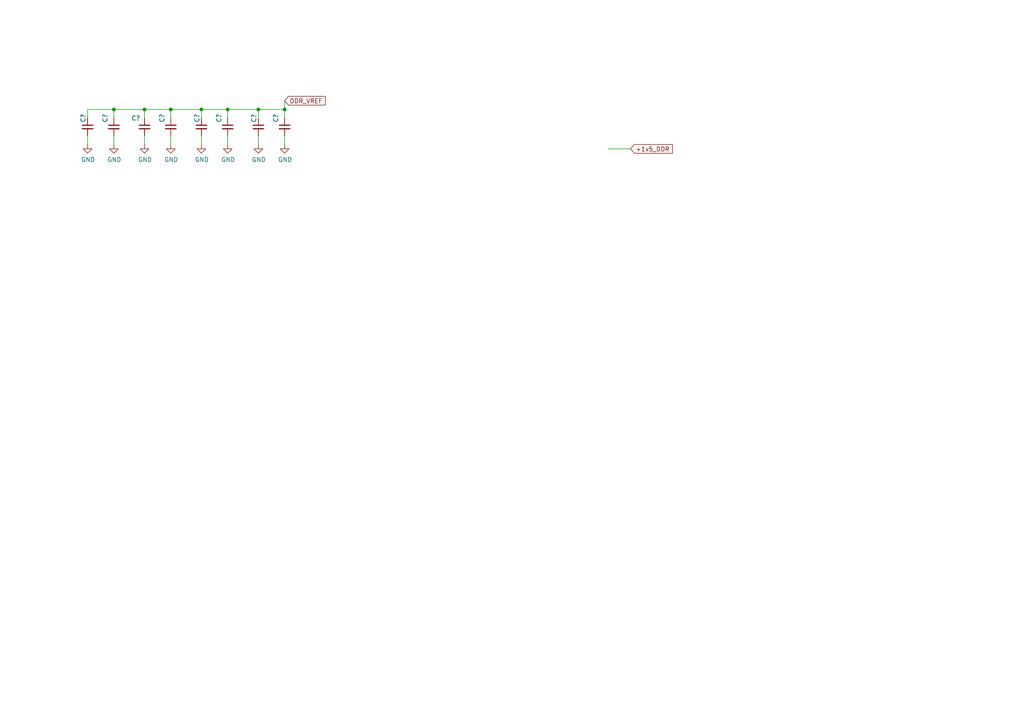
<source format=kicad_sch>
(kicad_sch (version 20211123) (generator eeschema)
  (paper "A4")
  (lib_symbols
    (symbol "IMXDesign-rescue:C_Small-Device" (pin_numbers hide) (pin_names (offset 0.254) hide)
      (property "Reference" "C" (at 0.254 1.778 0))
      (property "Value" "C_Small-Device" (at 0.254 -2.032 0))
      (symbol "C_Small-Device_0_1"
        (polyline (pts (xy -1.524 -0.508) (xy 1.524 -0.508)) (stroke (width 0.3302)))
        (polyline (pts (xy -1.524 0.508) (xy 1.524 0.508)) (stroke (width 0.3048)))
      )
      (symbol "C_Small-Device_1_1"
        (pin passive line (at 0 2.54 270) (length 2.032) (name "~") (number "1"))
        (pin passive line (at 0 -2.54 90) (length 2.032) (name "~") (number "2"))
      )
    )
    (symbol "IMXDesign-rescue:GND-power" (power) (pin_names (offset 0))
      (property "Value" "GND-power" (at 0 -3.81 0))
      (symbol "GND-power_0_1"
        (polyline (pts (xy 0 0) (xy 0 -1.27) (xy 1.27 -1.27) (xy 0 -2.54) (xy -1.27 -1.27) (xy 0 -1.27)))
      )
      (symbol "GND-power_1_1"
        (pin power_in line (at 0 0 270) (length 0) hide (name "GND") (number "1"))
      )
    )
  )
  (junction (at 41.91 31.75))
  (junction (at 82.55 31.75))
  (junction (at 66.04 31.75))
  (junction (at 58.42 31.75))
  (junction (at 49.53 31.75))
  (junction (at 74.93 31.75))
  (junction (at 33.02 31.75))
  (wire (pts (xy 33.02 31.75) (xy 41.91 31.75)))
  (wire (pts (xy 74.93 34.29) (xy 74.93 31.75)))
  (wire (pts (xy 66.04 39.37) (xy 66.04 41.91)))
  (wire (pts (xy 82.55 34.29) (xy 82.55 31.75)))
  (wire (pts (xy 25.4 34.29) (xy 25.4 31.75)))
  (wire (pts (xy 41.91 39.37) (xy 41.91 41.91)))
  (wire (pts (xy 176.53 43.18) (xy 182.88 43.18)))
  (wire (pts (xy 49.53 31.75) (xy 58.42 31.75)))
  (wire (pts (xy 74.93 31.75) (xy 82.55 31.75)))
  (wire (pts (xy 25.4 31.75) (xy 33.02 31.75)))
  (wire (pts (xy 74.93 39.37) (xy 74.93 41.91)))
  (wire (pts (xy 49.53 34.29) (xy 49.53 31.75)))
  (wire (pts (xy 49.53 39.37) (xy 49.53 41.91)))
  (wire (pts (xy 25.4 39.37) (xy 25.4 41.91)))
  (wire (pts (xy 82.55 39.37) (xy 82.55 41.91)))
  (wire (pts (xy 66.04 34.29) (xy 66.04 31.75)))
  (wire (pts (xy 41.91 34.29) (xy 41.91 31.75)))
  (wire (pts (xy 58.42 31.75) (xy 66.04 31.75)))
  (wire (pts (xy 82.55 31.75) (xy 82.55 29.21)))
  (wire (pts (xy 33.02 34.29) (xy 33.02 31.75)))
  (wire (pts (xy 66.04 31.75) (xy 74.93 31.75)))
  (wire (pts (xy 33.02 39.37) (xy 33.02 41.91)))
  (wire (pts (xy 41.91 31.75) (xy 49.53 31.75)))
  (wire (pts (xy 58.42 34.29) (xy 58.42 31.75)))
  (wire (pts (xy 58.42 39.37) (xy 58.42 41.91)))
  (global_label "+1v5_DDR" (shape input) (at 182.88 43.18 0) (property "Intersheet References" "${INTERSHEET_REFS}" (effects hide)))
  (global_label "DDR_VREF" (shape input) (at 82.55 29.21 0) (property "Intersheet References" "${INTERSHEET_REFS}" (effects hide)))
  (symbol (lib_id "IMXDesign-rescue:GND-power") (at 25.4 41.91 0) (unit 1)
    (property "Reference" "#PWR?" (effects hide))
  )
  (symbol (lib_id "IMXDesign-rescue:C_Small-Device") (at 33.02 36.83 0) (unit 1)
    (property "Reference" "C?" (at 30.48 35.56 90) (effects (justify left)))
  )
  (symbol (lib_id "IMXDesign-rescue:GND-power") (at 33.02 41.91 0) (unit 1)
    (property "Reference" "#PWR?" (effects hide))
  )
  (symbol (lib_id "IMXDesign-rescue:C_Small-Device") (at 25.4 36.83 0) (unit 1)
    (property "Reference" "C?" (at 24.13 35.56 90) (effects (justify left)))
  )
  (symbol (lib_id "IMXDesign-rescue:GND-power") (at 41.91 41.91 0) (unit 1)
    (property "Reference" "#PWR?" (effects hide))
  )
  (symbol (lib_id "IMXDesign-rescue:C_Small-Device") (at 49.53 36.83 0) (unit 1)
    (property "Reference" "C?" (at 46.99 35.56 90) (effects (justify left)))
  )
  (symbol (lib_id "IMXDesign-rescue:GND-power") (at 49.53 41.91 0) (unit 1)
    (property "Reference" "#PWR?" (effects hide))
  )
  (symbol (lib_id "IMXDesign-rescue:C_Small-Device") (at 41.91 36.83 0) (unit 1)
    (property "Reference" "C?" (at 38.1 34.29 0) (effects (justify left)))
  )
  (symbol (lib_id "IMXDesign-rescue:GND-power") (at 58.42 41.91 0) (unit 1)
    (property "Reference" "#PWR?" (effects hide))
  )
  (symbol (lib_id "IMXDesign-rescue:C_Small-Device") (at 66.04 36.83 0) (unit 1)
    (property "Reference" "C?" (at 63.5 35.56 90) (effects (justify left)))
  )
  (symbol (lib_id "IMXDesign-rescue:GND-power") (at 66.04 41.91 0) (unit 1)
    (property "Reference" "#PWR?" (effects hide))
  )
  (symbol (lib_id "IMXDesign-rescue:C_Small-Device") (at 58.42 36.83 0) (unit 1)
    (property "Reference" "C?" (at 57.15 35.56 90) (effects (justify left)))
  )
  (symbol (lib_id "IMXDesign-rescue:GND-power") (at 74.93 41.91 0) (unit 1)
    (property "Reference" "#PWR?" (effects hide))
  )
  (symbol (lib_id "IMXDesign-rescue:C_Small-Device") (at 82.55 36.83 0) (unit 1)
    (property "Reference" "C?" (at 80.01 35.56 90) (effects (justify left)))
  )
  (symbol (lib_id "IMXDesign-rescue:GND-power") (at 82.55 41.91 0) (unit 1)
    (property "Reference" "#PWR?" (effects hide))
  )
  (symbol (lib_id "IMXDesign-rescue:C_Small-Device") (at 74.93 36.83 0) (unit 1)
    (property "Reference" "C?" (at 73.66 35.56 90) (effects (justify left)))
  )
)
</source>
